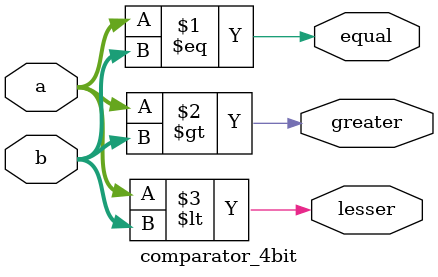
<source format=v>
module comparator_4bit(a,b,equal,greater,lesser);
  input [3:0] a,b;
  output equal, greater, lesser;
  
  assign equal= (a==b);
  assign greater= (a>b);
  assign lesser= (a<b);
  
endmodule

</source>
